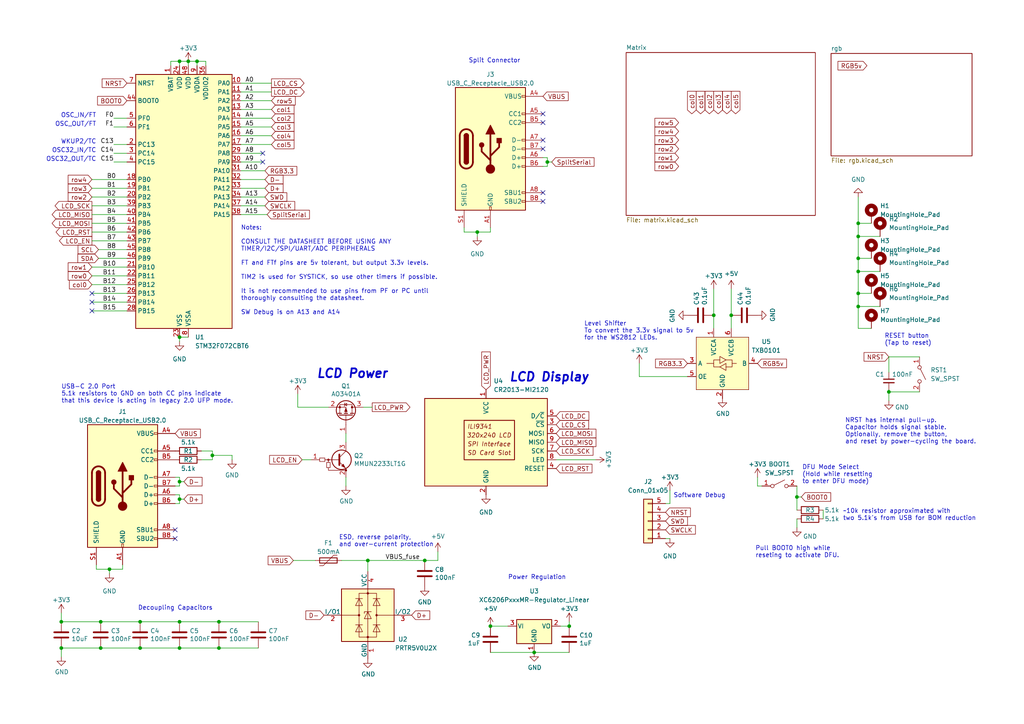
<source format=kicad_sch>
(kicad_sch (version 20231120) (generator "eeschema") (generator_version "8.0")
  (paper "A4")
  (lib_symbols
    (symbol "+5V_1" (power) (pin_names (offset 0))
      (property "Value" "+5V_1" (at 0 3.556 0))
      (symbol "+5V_1_1_1"
        (pin power_in line (at 0 0 90) (length 0) hide (name "+5V") (number "1"))
      )
    )
    (symbol "Connector:USB_C_Receptacle_USB2.0" (pin_names (offset 1.016))
      (property "Reference" "J" (at -10.16 19.05 0))
      (property "Value" "USB_C_Receptacle_USB2.0" (at 19.05 19.05 0))
      (symbol "USB_C_Receptacle_USB2.0_1_1"
        (pin passive line (at 0 -22.86 90) (length 5.08) (name "GND") (number "A1"))
        (pin passive line (at 0 -22.86 90) (length 5.08) hide (name "GND") (number "A12"))
        (pin passive line (at 15.24 15.24 180) (length 5.08) (name "VBUS") (number "A4"))
        (pin bidirectional line (at 15.24 10.16 180) (length 5.08) (name "CC1") (number "A5"))
        (pin bidirectional line (at 15.24 -2.54 180) (length 5.08) (name "D+") (number "A6"))
        (pin bidirectional line (at 15.24 2.54 180) (length 5.08) (name "D-") (number "A7"))
        (pin bidirectional line (at 15.24 -12.7 180) (length 5.08) (name "SBU1") (number "A8"))
        (pin passive line (at 15.24 15.24 180) (length 5.08) hide (name "VBUS") (number "A9"))
        (pin passive line (at 0 -22.86 90) (length 5.08) hide (name "GND") (number "B1"))
        (pin passive line (at 0 -22.86 90) (length 5.08) hide (name "GND") (number "B12"))
        (pin passive line (at 15.24 15.24 180) (length 5.08) hide (name "VBUS") (number "B4"))
        (pin bidirectional line (at 15.24 7.62 180) (length 5.08) (name "CC2") (number "B5"))
        (pin bidirectional line (at 15.24 -5.08 180) (length 5.08) (name "D+") (number "B6"))
        (pin bidirectional line (at 15.24 0 180) (length 5.08) (name "D-") (number "B7"))
        (pin bidirectional line (at 15.24 -15.24 180) (length 5.08) (name "SBU2") (number "B8"))
        (pin passive line (at 15.24 15.24 180) (length 5.08) hide (name "VBUS") (number "B9"))
        (pin passive line (at -7.62 -22.86 90) (length 5.08) (name "SHIELD") (number "S1"))
      )
    )
    (symbol "Connector_Generic:Conn_01x05" (pin_names (offset 1.016) hide)
      (property "Reference" "J" (at 0 7.62 0))
      (property "Value" "Conn_01x05" (at 0 -7.62 0))
      (symbol "Conn_01x05_1_1"
        (pin passive line (at -5.08 5.08 0) (length 3.81) (name "Pin_1") (number "1"))
        (pin passive line (at -5.08 2.54 0) (length 3.81) (name "Pin_2") (number "2"))
        (pin passive line (at -5.08 0 0) (length 3.81) (name "Pin_3") (number "3"))
        (pin passive line (at -5.08 -2.54 0) (length 3.81) (name "Pin_4") (number "4"))
        (pin passive line (at -5.08 -5.08 0) (length 3.81) (name "Pin_5") (number "5"))
      )
    )
    (symbol "Device:C" (pin_numbers hide) (pin_names (offset 0.254))
      (property "Reference" "C" (at 0.635 2.54 0))
      (property "Value" "C" (at 0.635 -2.54 0))
      (symbol "C_1_1"
        (pin passive line (at 0 3.81 270) (length 2.794) (name "~") (number "1"))
        (pin passive line (at 0 -3.81 90) (length 2.794) (name "~") (number "2"))
      )
    )
    (symbol "Device:C_Small" (pin_numbers hide) (pin_names (offset 0.254) hide)
      (property "Reference" "C" (at 0.254 1.778 0))
      (property "Value" "C_Small" (at 0.254 -2.032 0))
      (symbol "C_Small_1_1"
        (pin passive line (at 0 2.54 270) (length 2.032) (name "~") (number "1"))
        (pin passive line (at 0 -2.54 90) (length 2.032) (name "~") (number "2"))
      )
    )
    (symbol "Device:Polyfuse" (pin_numbers hide) (pin_names (offset 0))
      (property "Reference" "F" (at -2.54 0 90))
      (property "Value" "Polyfuse" (at 2.54 0 90))
      (symbol "Polyfuse_1_1"
        (pin passive line (at 0 3.81 270) (length 1.27) (name "~") (number "1"))
        (pin passive line (at 0 -3.81 90) (length 1.27) (name "~") (number "2"))
      )
    )
    (symbol "Device:Q_NPN_BEC_BRT" (pin_names hide)
      (property "Reference" "Q" (at 3.81 1.27 0))
      (property "Value" "Q_NPN_BEC_BRT" (at 3.81 -1.27 0))
      (symbol "Q_NPN_BEC_BRT_1_1"
        (pin input line (at -8.89 0 0) (length 2.54) (name "B") (number "1"))
        (pin passive line (at 1.27 -5.08 90) (length 2.54) (name "E") (number "2"))
        (pin passive line (at 1.27 5.08 270) (length 2.54) (name "C") (number "3"))
      )
    )
    (symbol "Device:R" (pin_numbers hide) (pin_names (offset 0))
      (property "Reference" "R" (at 2.032 0 90))
      (property "Value" "R" (at 0 0 90))
      (symbol "R_1_1"
        (pin passive line (at 0 3.81 270) (length 1.27) (name "~") (number "1"))
        (pin passive line (at 0 -3.81 90) (length 1.27) (name "~") (number "2"))
      )
    )
    (symbol "Djinn-rescue:GND-power" (power) (pin_names (offset 0))
      (property "Value" "power_GND" (at 0 -3.81 0))
      (symbol "GND-power_1_1"
        (pin power_in line (at 0 0 270) (length 0) hide (name "GND") (number "1"))
      )
    )
    (symbol "Driver_Display:CR2013-MI2120" (pin_names (offset 0.762))
      (property "Reference" "U4" (at 2.1941 17.78 0))
      (property "Value" "CR2013-MI2120" (at 2.1941 15.24 0))
      (symbol "CR2013-MI2120_0_0"
        (text "320x240 LCD" (at 0.889 2.032 0) (effects (font (size 1.27 1.27) (italic yes))))
        (text "ILI9341" (at -5.461 4.572 0) (effects (font (size 1.27 1.27) (italic yes)) (justify left)))
        (text "SD Card Slot" (at -5.461 -3.048 0) (effects (font (size 1.27 1.27) (italic yes)) (justify left)))
        (text "SPI Interface" (at -5.461 -0.508 0) (effects (font (size 1.27 1.27) (italic yes)) (justify left)))
      )
      (symbol "CR2013-MI2120_1_1"
        (pin power_in line (at 0 15.24 270) (length 2.54) (name "VCC") (number "1"))
        (pin power_in line (at 0 -15.24 90) (length 2.54) (name "GND") (number "2"))
        (pin input line (at 20.32 5.08 180) (length 2.54) (name "~{CS}") (number "3"))
        (pin input line (at 20.32 -7.62 180) (length 2.54) (name "RESET") (number "4"))
        (pin input line (at 20.32 7.62 180) (length 2.54) (name "D/~{C}") (number "5"))
        (pin input line (at 20.32 2.54 180) (length 2.54) (name "MOSI") (number "6"))
        (pin input line (at 20.32 -2.54 180) (length 2.54) (name "SCK") (number "7"))
        (pin input line (at 20.32 -5.08 180) (length 2.54) (name "LED") (number "8"))
        (pin output line (at 20.32 0 180) (length 2.54) (name "MISO") (number "9"))
      )
    )
    (symbol "GND_1" (power) (pin_numbers hide) (pin_names (offset 0) hide)
      (property "Value" "GND" (at 0 -3.81 0))
      (symbol "GND_1_1_1"
        (pin power_in line (at 0 0 270) (length 0) (name "~") (number "1"))
      )
    )
    (symbol "MCU_ST_STM32F0:STM32F072CBTx"
      (property "Reference" "U" (at -12.7 39.37 0))
      (property "Value" "STM32F072CBTx" (at 10.16 39.37 0))
      (symbol "STM32F072CBTx_1_1"
        (pin power_in line (at -2.54 40.64 270) (length 2.54) (name "VBAT") (number "1"))
        (pin bidirectional line (at 17.78 35.56 180) (length 2.54) (name "PA0") (number "10"))
        (pin bidirectional line (at 17.78 33.02 180) (length 2.54) (name "PA1") (number "11"))
        (pin bidirectional line (at 17.78 30.48 180) (length 2.54) (name "PA2") (number "12"))
        (pin bidirectional line (at 17.78 27.94 180) (length 2.54) (name "PA3") (number "13"))
        (pin bidirectional line (at 17.78 25.4 180) (length 2.54) (name "PA4") (number "14"))
        (pin bidirectional line (at 17.78 22.86 180) (length 2.54) (name "PA5") (number "15"))
        (pin bidirectional line (at 17.78 20.32 180) (length 2.54) (name "PA6") (number "16"))
        (pin bidirectional line (at 17.78 17.78 180) (length 2.54) (name "PA7") (number "17"))
        (pin bidirectional line (at -15.24 7.62 0) (length 2.54) (name "PB0") (number "18"))
        (pin bidirectional line (at -15.24 5.08 0) (length 2.54) (name "PB1") (number "19"))
        (pin bidirectional line (at -15.24 17.78 0) (length 2.54) (name "PC13") (number "2"))
        (pin bidirectional line (at -15.24 2.54 0) (length 2.54) (name "PB2") (number "20"))
        (pin bidirectional line (at -15.24 -17.78 0) (length 2.54) (name "PB10") (number "21"))
        (pin bidirectional line (at -15.24 -20.32 0) (length 2.54) (name "PB11") (number "22"))
        (pin power_in line (at 0 -38.1 90) (length 2.54) (name "VSS") (number "23"))
        (pin power_in line (at 0 40.64 270) (length 2.54) (name "VDD") (number "24"))
        (pin bidirectional line (at -15.24 -22.86 0) (length 2.54) (name "PB12") (number "25"))
        (pin bidirectional line (at -15.24 -25.4 0) (length 2.54) (name "PB13") (number "26"))
        (pin bidirectional line (at -15.24 -27.94 0) (length 2.54) (name "PB14") (number "27"))
        (pin bidirectional line (at -15.24 -30.48 0) (length 2.54) (name "PB15") (number "28"))
        (pin bidirectional line (at 17.78 15.24 180) (length 2.54) (name "PA8") (number "29"))
        (pin bidirectional line (at -15.24 15.24 0) (length 2.54) (name "PC14") (number "3"))
        (pin bidirectional line (at 17.78 12.7 180) (length 2.54) (name "PA9") (number "30"))
        (pin bidirectional line (at 17.78 10.16 180) (length 2.54) (name "PA10") (number "31"))
        (pin bidirectional line (at 17.78 7.62 180) (length 2.54) (name "PA11") (number "32"))
        (pin bidirectional line (at 17.78 5.08 180) (length 2.54) (name "PA12") (number "33"))
        (pin bidirectional line (at 17.78 2.54 180) (length 2.54) (name "PA13") (number "34"))
        (pin passive line (at 0 -38.1 90) (length 2.54) hide (name "VSS") (number "35"))
        (pin power_in line (at 7.62 40.64 270) (length 2.54) (name "VDDIO2") (number "36"))
        (pin bidirectional line (at 17.78 0 180) (length 2.54) (name "PA14") (number "37"))
        (pin bidirectional line (at 17.78 -2.54 180) (length 2.54) (name "PA15") (number "38"))
        (pin bidirectional line (at -15.24 0 0) (length 2.54) (name "PB3") (number "39"))
        (pin bidirectional line (at -15.24 12.7 0) (length 2.54) (name "PC15") (number "4"))
        (pin bidirectional line (at -15.24 -2.54 0) (length 2.54) (name "PB4") (number "40"))
        (pin bidirectional line (at -15.24 -5.08 0) (length 2.54) (name "PB5") (number "41"))
        (pin bidirectional line (at -15.24 -7.62 0) (length 2.54) (name "PB6") (number "42"))
        (pin bidirectional line (at -15.24 -10.16 0) (length 2.54) (name "PB7") (number "43"))
        (pin input line (at -15.24 30.48 0) (length 2.54) (name "BOOT0") (number "44"))
        (pin bidirectional line (at -15.24 -12.7 0) (length 2.54) (name "PB8") (number "45"))
        (pin bidirectional line (at -15.24 -15.24 0) (length 2.54) (name "PB9") (number "46"))
        (pin passive line (at 0 -38.1 90) (length 2.54) hide (name "VSS") (number "47"))
        (pin power_in line (at 2.54 40.64 270) (length 2.54) (name "VDD") (number "48"))
        (pin bidirectional line (at -15.24 25.4 0) (length 2.54) (name "PF0") (number "5"))
        (pin bidirectional line (at -15.24 22.86 0) (length 2.54) (name "PF1") (number "6"))
        (pin input line (at -15.24 35.56 0) (length 2.54) (name "NRST") (number "7"))
        (pin power_in line (at 2.54 -38.1 90) (length 2.54) (name "VSSA") (number "8"))
        (pin power_in line (at 5.08 40.64 270) (length 2.54) (name "VDDA") (number "9"))
      )
    )
    (symbol "Mechanical:MountingHole_Pad" (pin_numbers hide) (pin_names (offset 1.016) hide) (exclude_from_sim yes) (in_bom no)
      (property "Reference" "H" (at 0 6.35 0))
      (property "Value" "MountingHole_Pad" (at 0 4.445 0))
      (symbol "MountingHole_Pad_1_1"
        (pin input line (at 0 -2.54 90) (length 2.54) (name "1") (number "1"))
      )
    )
    (symbol "PCM_marbastlib-various:TXB0101"
      (property "Reference" "U" (at -6.35 11.43 0))
      (property "Value" "TXB0101" (at 3.81 11.43 0))
      (symbol "TXB0101_1_1"
        (pin power_in line (at -2.54 12.7 270) (length 2.54) (name "VCCA") (number "1"))
        (pin power_in line (at 0 -7.62 90) (length 2.54) (name "GND") (number "2"))
        (pin bidirectional line (at -10.16 2.54 0) (length 2.54) (name "A") (number "3"))
        (pin bidirectional line (at 10.16 2.54 180) (length 2.54) (name "B") (number "4"))
        (pin input line (at -10.16 -1.27 0) (length 2.54) (name "OE") (number "5"))
        (pin power_in line (at 2.54 12.7 270) (length 2.54) (name "VCCB") (number "6"))
      )
    )
    (symbol "Power_Protection:PRTR5V0U2X" (pin_names (offset 0))
      (property "Reference" "D" (at 2.794 8.636 0))
      (property "Value" "PRTR5V0U2X" (at 8.128 -9.398 0))
      (symbol "PRTR5V0U2X_1_1"
        (pin passive line (at 0 -12.7 90) (length 5.08) (name "GND") (number "1"))
        (pin passive line (at -12.7 0 0) (length 5.08) (name "I/O1") (number "2"))
        (pin passive line (at 12.7 0 180) (length 5.08) (name "I/O2") (number "3"))
        (pin passive line (at 0 12.7 270) (length 5.08) (name "VCC") (number "4"))
      )
    )
    (symbol "Switch:SW_SPST" (pin_names (offset 0) hide)
      (property "Reference" "SW" (at 0 3.175 0))
      (property "Value" "SW_SPST" (at 0 -2.54 0))
      (symbol "SW_SPST_1_1"
        (pin passive line (at -5.08 0 0) (length 2.54) (name "A") (number "1"))
        (pin passive line (at 5.08 0 180) (length 2.54) (name "B") (number "2"))
      )
    )
    (symbol "Transistor_FET:AO3401A" (pin_names hide)
      (property "Reference" "Q" (at 5.08 1.905 0))
      (property "Value" "AO3401A" (at 5.08 0 0))
      (symbol "AO3401A_1_1"
        (pin input line (at -5.08 0 0) (length 2.54) (name "G") (number "1"))
        (pin passive line (at 2.54 -5.08 90) (length 2.54) (name "S") (number "2"))
        (pin passive line (at 2.54 5.08 270) (length 2.54) (name "D") (number "3"))
      )
    )
    (symbol "kicad-keyboard-parts:XC6206PxxxMR-Regulator_Linear" (pin_names (offset 0.254))
      (property "Reference" "U" (at -3.81 3.175 0))
      (property "Value" "XC6206PxxxMR-Regulator_Linear" (at 0 3.175 0))
      (property "LCSC" "C5446" (at 0 0 0))
      (symbol "XC6206PxxxMR-Regulator_Linear_1_1"
        (pin power_in line (at 0 -7.62 90) (length 2.54) (name "GND") (number "1"))
        (pin power_out line (at 7.62 0 180) (length 2.54) (name "VO") (number "2"))
        (pin power_in line (at -7.62 0 0) (length 2.54) (name "VI") (number "3"))
      )
    )
    (symbol "power:+3V3" (power) (pin_names (offset 0))
      (property "Value" "+3V3" (at 0 3.556 0))
      (symbol "+3V3_1_1"
        (pin power_in line (at 0 0 90) (length 0) hide (name "+3V3") (number "1"))
      )
    )
    (symbol "power:+5V" (power) (pin_names (offset 0))
      (property "Value" "+5V" (at 0 3.556 0))
      (symbol "+5V_1_1"
        (pin power_in line (at 0 0 90) (length 0) hide (name "+5V") (number "1"))
      )
    )
    (symbol "power:GND" (power) (pin_names (offset 0))
      (property "Value" "GND" (at 0 -3.81 0))
      (symbol "GND_1_1"
        (pin power_in line (at 0 0 270) (length 0) hide (name "GND") (number "1"))
      )
    )
  )
  (junction (at 17.78 180.34))
  (junction (at 248.92 74.93))
  (junction (at 207.01 91.44))
  (junction (at 138.43 67.31))
  (junction (at 61.595 132.08))
  (junction (at 52.07 17.78))
  (junction (at 54.61 17.78))
  (junction (at 52.07 144.78))
  (junction (at 52.07 139.7))
  (junction (at 52.07 180.34))
  (junction (at 106.68 162.56))
  (junction (at 17.78 187.96))
  (junction (at 52.07 97.79))
  (junction (at 29.21 180.34))
  (junction (at 248.92 78.74))
  (junction (at 63.5 180.34))
  (junction (at 248.92 64.77))
  (junction (at 29.21 187.96))
  (junction (at 248.92 88.9))
  (junction (at 231.14 144.145))
  (junction (at 212.09 91.44))
  (junction (at 248.92 85.09))
  (junction (at 40.64 180.34))
  (junction (at 154.94 189.23) (diameter 0.9144))
  (junction (at 40.64 187.96))
  (junction (at 123.19 162.56))
  (junction (at 63.5 187.96))
  (junction (at 57.15 17.78))
  (junction (at 52.07 187.96))
  (junction (at 257.81 113.665))
  (junction (at 165.1 181.61))
  (junction (at 31.75 165.1))
  (junction (at 248.92 68.58))
  (junction (at 142.24 181.61))
  (junction (at 158.75 46.99))
  (no_connect (at 76.2 46.99))
  (no_connect (at 157.48 43.18))
  (no_connect (at 50.8 153.67))
  (no_connect (at 157.48 58.42))
  (no_connect (at 26.67 90.17))
  (no_connect (at 50.8 156.21))
  (no_connect (at 26.67 87.63))
  (no_connect (at 157.48 33.02))
  (no_connect (at 157.48 35.56))
  (no_connect (at 157.48 40.64))
  (no_connect (at 157.48 55.88))
  (no_connect (at 26.67 85.09))
  (no_connect (at 76.2 44.45))
  (wire (pts (xy 248.92 88.9) (xy 248.92 85.09)))
  (wire (pts (xy 69.85 44.45) (xy 76.2 44.45)))
  (wire (pts (xy 69.85 39.37) (xy 78.74 39.37)))
  (wire (pts (xy 63.5 187.96) (xy 74.93 187.96)))
  (wire (pts (xy 123.19 162.56) (xy 127 162.56)))
  (wire (pts (xy 248.92 95.25) (xy 248.92 88.9)))
  (wire (pts (xy 138.43 68.58) (xy 138.43 67.31)))
  (wire (pts (xy 17.78 177.8) (xy 17.78 180.34)))
  (wire (pts (xy 26.67 80.01) (xy 36.83 80.01)))
  (wire (pts (xy 248.92 57.15) (xy 248.92 64.77)))
  (wire (pts (xy 100.33 125.73) (xy 100.33 128.27)))
  (wire (pts (xy 127 160.02) (xy 127 162.56)))
  (wire (pts (xy 40.64 180.34) (xy 29.21 180.34)))
  (wire (pts (xy 52.07 138.43) (xy 52.07 139.7)))
  (wire (pts (xy 67.31 132.08) (xy 67.31 133.35)))
  (wire (pts (xy 207.01 83.82) (xy 207.01 91.44)))
  (wire (pts (xy 69.85 57.15) (xy 76.835 57.15)))
  (wire (pts (xy 248.92 74.93) (xy 248.92 68.58)))
  (wire (pts (xy 248.92 78.74) (xy 248.92 74.93)))
  (wire (pts (xy 52.07 146.05) (xy 52.07 144.78)))
  (wire (pts (xy 33.02 44.45) (xy 36.83 44.45)))
  (wire (pts (xy 26.67 77.47) (xy 36.83 77.47)))
  (wire (pts (xy 26.67 54.61) (xy 36.83 54.61)))
  (wire (pts (xy 26.67 52.07) (xy 36.83 52.07)))
  (wire (pts (xy 29.21 180.34) (xy 17.78 180.34)))
  (wire (pts (xy 40.64 187.96) (xy 52.07 187.96)))
  (wire (pts (xy 194.31 142.24) (xy 194.31 146.05)))
  (wire (pts (xy 52.07 17.78) (xy 52.07 19.05)))
  (wire (pts (xy 17.78 190.5) (xy 17.78 187.96)))
  (wire (pts (xy 69.85 54.61) (xy 76.835 54.61)))
  (wire (pts (xy 185.42 109.22) (xy 199.39 109.22)))
  (wire (pts (xy 33.02 36.83) (xy 36.83 36.83)))
  (wire (pts (xy 61.595 133.35) (xy 61.595 132.08)))
  (wire (pts (xy 28.575 72.39) (xy 36.83 72.39)))
  (wire (pts (xy 26.67 57.15) (xy 36.83 57.15)))
  (wire (pts (xy 134.62 67.31) (xy 138.43 67.31)))
  (wire (pts (xy 86.36 114.3) (xy 86.36 118.11)))
  (wire (pts (xy 33.02 46.99) (xy 36.83 46.99)))
  (wire (pts (xy 154.94 189.23) (xy 165.1 189.23)))
  (wire (pts (xy 231.14 140.97) (xy 231.14 144.145)))
  (wire (pts (xy 52.07 99.06) (xy 52.07 97.79)))
  (wire (pts (xy 26.67 85.09) (xy 36.83 85.09)))
  (wire (pts (xy 248.92 78.74) (xy 255.27 78.74)))
  (wire (pts (xy 50.8 143.51) (xy 52.07 143.51)))
  (wire (pts (xy 61.595 132.08) (xy 67.31 132.08)))
  (wire (pts (xy 26.67 67.31) (xy 36.83 67.31)))
  (wire (pts (xy 165.1 180.34) (xy 165.1 181.61)))
  (wire (pts (xy 69.85 62.23) (xy 77.47 62.23)))
  (wire (pts (xy 52.07 97.79) (xy 54.61 97.79)))
  (wire (pts (xy 69.85 49.53) (xy 76.835 49.53)))
  (wire (pts (xy 52.07 180.34) (xy 63.5 180.34)))
  (wire (pts (xy 194.31 146.05) (xy 193.04 146.05)))
  (wire (pts (xy 157.48 45.72) (xy 158.75 45.72)))
  (wire (pts (xy 26.67 62.23) (xy 36.83 62.23)))
  (wire (pts (xy 49.53 17.78) (xy 52.07 17.78)))
  (wire (pts (xy 26.67 64.77) (xy 36.83 64.77)))
  (wire (pts (xy 100.33 138.43) (xy 100.33 140.97)))
  (wire (pts (xy 69.85 34.29) (xy 78.74 34.29)))
  (wire (pts (xy 238.76 147.955) (xy 238.76 150.495)))
  (wire (pts (xy 52.07 139.7) (xy 52.07 140.97)))
  (wire (pts (xy 69.85 59.69) (xy 76.835 59.69)))
  (wire (pts (xy 26.67 82.55) (xy 36.83 82.55)))
  (wire (pts (xy 52.07 17.78) (xy 54.61 17.78)))
  (wire (pts (xy 185.42 109.22) (xy 185.42 105.41)))
  (wire (pts (xy 212.09 83.82) (xy 212.09 91.44)))
  (wire (pts (xy 49.53 17.78) (xy 49.53 19.05)))
  (wire (pts (xy 33.02 41.91) (xy 36.83 41.91)))
  (wire (pts (xy 142.24 181.61) (xy 147.32 181.61)))
  (wire (pts (xy 162.56 181.61) (xy 165.1 181.61)))
  (wire (pts (xy 85.09 162.56) (xy 91.44 162.56)))
  (wire (pts (xy 40.64 187.96) (xy 29.21 187.96)))
  (wire (pts (xy 257.81 103.505) (xy 257.81 107.95)))
  (wire (pts (xy 231.14 144.145) (xy 231.14 147.955)))
  (wire (pts (xy 90.17 133.35) (xy 87.63 133.35)))
  (wire (pts (xy 26.67 87.63) (xy 36.83 87.63)))
  (wire (pts (xy 50.8 140.97) (xy 52.07 140.97)))
  (wire (pts (xy 158.75 46.99) (xy 160.02 46.99)))
  (wire (pts (xy 231.14 150.495) (xy 231.14 153.035)))
  (wire (pts (xy 257.81 103.505) (xy 266.7 103.505)))
  (wire (pts (xy 134.62 66.04) (xy 134.62 67.31)))
  (wire (pts (xy 29.21 187.96) (xy 17.78 187.96)))
  (wire (pts (xy 69.85 24.13) (xy 78.74 24.13)))
  (wire (pts (xy 257.81 113.665) (xy 266.7 113.665)))
  (wire (pts (xy 35.56 165.1) (xy 35.56 163.83)))
  (wire (pts (xy 52.07 143.51) (xy 52.07 144.78)))
  (wire (pts (xy 193.04 156.21) (xy 194.31 156.21)))
  (wire (pts (xy 248.92 88.9) (xy 255.27 88.9)))
  (wire (pts (xy 69.85 29.21) (xy 78.74 29.21)))
  (wire (pts (xy 27.94 165.1) (xy 31.75 165.1)))
  (wire (pts (xy 106.68 162.56) (xy 123.19 162.56)))
  (wire (pts (xy 69.85 46.99) (xy 76.2 46.99)))
  (wire (pts (xy 158.75 48.26) (xy 158.75 46.99)))
  (wire (pts (xy 248.92 64.77) (xy 252.73 64.77)))
  (wire (pts (xy 40.64 180.34) (xy 52.07 180.34)))
  (wire (pts (xy 231.14 144.145) (xy 232.41 144.145)))
  (wire (pts (xy 52.07 139.7) (xy 53.34 139.7)))
  (wire (pts (xy 57.15 17.78) (xy 54.61 17.78)))
  (wire (pts (xy 52.07 144.78) (xy 53.34 144.78)))
  (wire (pts (xy 158.75 45.72) (xy 158.75 46.99)))
  (wire (pts (xy 59.69 17.78) (xy 59.69 19.05)))
  (wire (pts (xy 69.85 36.83) (xy 78.74 36.83)))
  (wire (pts (xy 154.94 189.23) (xy 142.24 189.23)))
  (wire (pts (xy 28.575 74.93) (xy 36.83 74.93)))
  (wire (pts (xy 50.8 138.43) (xy 52.07 138.43)))
  (wire (pts (xy 69.85 31.75) (xy 78.74 31.75)))
  (wire (pts (xy 54.61 17.78) (xy 54.61 19.05)))
  (wire (pts (xy 220.98 140.97) (xy 219.71 140.97)))
  (wire (pts (xy 63.5 180.34) (xy 74.93 180.34)))
  (wire (pts (xy 31.75 165.1) (xy 35.56 165.1)))
  (wire (pts (xy 26.67 59.69) (xy 36.83 59.69)))
  (wire (pts (xy 50.8 146.05) (xy 52.07 146.05)))
  (wire (pts (xy 248.92 68.58) (xy 255.27 68.58)))
  (wire (pts (xy 207.01 91.44) (xy 207.01 95.25)))
  (wire (pts (xy 69.85 52.07) (xy 76.835 52.07)))
  (wire (pts (xy 33.02 34.29) (xy 36.83 34.29)))
  (wire (pts (xy 31.75 166.37) (xy 31.75 165.1)))
  (wire (pts (xy 105.41 118.11) (xy 107.95 118.11)))
  (wire (pts (xy 57.15 17.78) (xy 57.15 19.05)))
  (wire (pts (xy 142.24 67.31) (xy 142.24 66.04)))
  (wire (pts (xy 86.36 118.11) (xy 95.25 118.11)))
  (wire (pts (xy 58.42 133.35) (xy 61.595 133.35)))
  (wire (pts (xy 252.73 95.25) (xy 248.92 95.25)))
  (wire (pts (xy 69.85 41.91) (xy 78.74 41.91)))
  (wire (pts (xy 52.07 187.96) (xy 63.5 187.96)))
  (wire (pts (xy 27.94 163.83) (xy 27.94 165.1)))
  (wire (pts (xy 257.81 113.665) (xy 257.81 113.03)))
  (wire (pts (xy 248.92 74.93) (xy 252.73 74.93)))
  (wire (pts (xy 138.43 67.31) (xy 142.24 67.31)))
  (wire (pts (xy 212.09 91.44) (xy 212.09 95.25)))
  (wire (pts (xy 26.67 90.17) (xy 36.83 90.17)))
  (wire (pts (xy 58.42 130.81) (xy 61.595 130.81)))
  (wire (pts (xy 248.92 85.09) (xy 248.92 78.74)))
  (wire (pts (xy 248.92 68.58) (xy 248.92 64.77)))
  (wire (pts (xy 257.81 116.205) (xy 257.81 113.665)))
  (wire (pts (xy 161.29 133.35) (xy 172.72 133.35)))
  (wire (pts (xy 219.71 138.43) (xy 219.71 140.97)))
  (wire (pts (xy 106.68 162.56) (xy 106.68 165.735)))
  (wire (pts (xy 99.06 162.56) (xy 106.68 162.56)))
  (wire (pts (xy 26.67 69.85) (xy 36.83 69.85)))
  (wire (pts (xy 61.595 132.08) (xy 61.595 130.81)))
  (wire (pts (xy 157.48 48.26) (xy 158.75 48.26)))
  (wire (pts (xy 69.85 26.67) (xy 78.74 26.67)))
  (wire (pts (xy 248.92 85.09) (xy 252.73 85.09)))
  (wire (pts (xy 57.15 17.78) (xy 59.69 17.78)))
  (text "Decoupling Capacitors" (at 40.005 177.165 0) (effects (font (size 1.27 1.27)) (justify left bottom)))
  (text "~10k resistor approximated with\ntwo 5.1k's from USB for BOM reduction" (at 244.475 151.13 0) (effects (font (size 1.27 1.27)) (justify left bottom)))
  (text "LCD Power" (at 91.694 109.982 0) (effects (font (size 2.54 2.54) (thickness 0.508) (bold yes) (italic yes)) (justify left bottom)))
  (text "Notes:\n\nCONSULT THE DATASHEET BEFORE USING ANY \nTIMER/I2C/SPI/UART/ADC PERIPHERALS\n\nFT and FTf pins are 5v tolerant, but output 3.3v levels.\n\nTIM2 is used for SYSTICK, so use other timers if possible.\n\nIt is not recommended to use pins from PF or PC until\nthoroughly consulting the datasheet.\n\nSW Debug is on A13 and A14" (at 69.85 91.44 0) (effects (font (size 1.27 1.27)) (justify left bottom)))
  (text "RESET button\n(Tap to reset)" (at 256.54 100.33 0) (effects (font (size 1.27 1.27)) (justify left bottom)))
  (text "Power Regulation" (at 147.32 168.275 0) (effects (font (size 1.27 1.27)) (justify left bottom)))
  (text "OSC_IN/FT" (at 27.94 34.29 0) (effects (font (size 1.27 1.27)) (justify right bottom)))
  (text "OSC32_OUT/TC" (at 27.94 46.99 0) (effects (font (size 1.27 1.27)) (justify right bottom)))
  (text "USB-C 2.0 Port\n5.1k resistors to GND on both CC pins indicate\nthat this device is acting in legacy 2.0 UFP mode." (at 17.78 117.094 0) (effects (font (size 1.27 1.27)) (justify left bottom)))
  (text "WKUP2/TC" (at 27.94 41.91 0) (effects (font (size 1.27 1.27)) (justify right bottom)))
  (text "OSC_OUT/FT" (at 27.94 36.83 0) (effects (font (size 1.27 1.27)) (justify right bottom)))
  (text "ESD, reverse polarity,\nand over-current protection" (at 98.298 158.75 0) (effects (font (size 1.27 1.27)) (justify left bottom)))
  (text "Split Connector" (at 135.89 18.415 0) (effects (font (size 1.27 1.27)) (justify left bottom)))
  (text "Software Debug" (at 195.326 144.526 0) (effects (font (size 1.27 1.27)) (justify left bottom)))
  (text "NRST has internal pull-up.\nCapacitor holds signal stable.\nOptionally, remove the button,\nand reset by power-cycling the board." (at 245.11 128.905 0) (effects (font (size 1.27 1.27)) (justify left bottom)))
  (text "OSC32_IN/TC" (at 27.94 44.45 0) (effects (font (size 1.27 1.27)) (justify right bottom)))
  (text "Pull BOOT0 high while \nreseting to activate DFU." (at 219.075 161.925 0) (effects (font (size 1.27 1.27)) (justify left bottom)))
  (text "Level Shifter\nTo convert the 3.3v signal to 5v\nfor the WS2812 LEDs." (at 169.418 98.806 0) (effects (font (size 1.27 1.27)) (justify left bottom)))
  (text "LCD Display" (at 147.574 110.998 0) (effects (font (size 2.54 2.54) (thickness 0.508) (bold yes) (italic yes)) (justify left bottom)))
  (text "DFU Mode Select\n(Hold while resetting\nto enter DFU mode)" (at 232.664 140.462 0) (effects (font (size 1.27 1.27)) (justify left bottom)))
  (label "A0" (at 71.12 24.13 0))
  (label "B11" (at 33.655 80.01 180))
  (label "C13" (at 33.02 41.91 180))
  (label "A6" (at 71.12 39.37 0))
  (label "B4" (at 33.655 62.23 180))
  (label "A7" (at 71.12 41.91 0))
  (label "A4" (at 71.12 34.29 0))
  (label "B2" (at 33.655 57.15 180))
  (label "B8" (at 33.655 72.39 180))
  (label "F0" (at 33.02 34.29 180))
  (label "B13" (at 33.655 85.09 180))
  (label "A3" (at 71.12 31.75 0))
  (label "A10" (at 71.12 49.53 0))
  (label "A9" (at 71.12 46.99 0))
  (label "C14" (at 33.02 44.45 180))
  (label "A2" (at 71.12 29.21 0))
  (label "B5" (at 33.655 64.77 180))
  (label "B0" (at 33.655 52.07 180))
  (label "F1" (at 33.02 36.83 180))
  (label "C15" (at 33.02 46.99 180))
  (label "A8" (at 71.12 44.45 0))
  (label "B1" (at 33.655 54.61 180))
  (label "B7" (at 33.655 69.85 180))
  (label "B10" (at 33.655 77.47 180))
  (label "B9" (at 33.655 74.93 180))
  (label "B6" (at 33.655 67.31 180))
  (label "A13" (at 71.12 57.15 0))
  (label "VBUS_fuse" (at 111.76 162.56 0))
  (label "A1" (at 71.12 26.67 0))
  (label "B3" (at 33.655 59.69 180))
  (label "B15" (at 33.655 90.17 180))
  (label "A5" (at 71.12 36.83 0))
  (label "B14" (at 33.655 87.63 180))
  (label "A15" (at 71.12 62.23 0))
  (label "A14" (at 71.12 59.69 0))
  (label "B12" (at 33.655 82.55 180))
  (global_label "RGB5v" (shape input) (at 219.71 105.41 0) (property "Intersheetrefs" "${INTERSHEET_REFS}" (effects (hide yes))))
  (global_label "SDA" (shape input) (at 28.575 74.93 180) (property "Intersheetrefs" "${INTERSHEET_REFS}" (effects (hide yes))))
  (global_label "LCD_MISO" (shape input) (at 161.29 128.27 0) (property "Intersheetrefs" "${INTERSHEET_REFS}" (effects (hide yes))))
  (global_label "VBUS" (shape input) (at 157.48 27.94 0) (property "Intersheetrefs" "${INTERSHEET_REFS}" (effects (hide yes))))
  (global_label "col3" (shape input) (at 78.74 36.83 0) (property "Intersheetrefs" "${INTERSHEET_REFS}" (effects (hide yes))))
  (global_label "SWD" (shape input) (at 76.835 57.15 0) (property "Intersheetrefs" "${INTERSHEET_REFS}" (effects (hide yes))))
  (global_label "row1" (shape input) (at 196.85 45.72 180) (property "Intersheetrefs" "${INTERSHEET_REFS}" (effects (hide yes))))
  (global_label "LCD_EN" (shape output) (at 26.67 69.85 180) (property "Intersheetrefs" "${INTERSHEET_REFS}" (effects (hide yes))))
  (global_label "row2" (shape input) (at 196.85 43.18 180) (property "Intersheetrefs" "${INTERSHEET_REFS}" (effects (hide yes))))
  (global_label "RGB3.3" (shape input) (at 199.39 105.41 180) (property "Intersheetrefs" "${INTERSHEET_REFS}" (effects (hide yes))))
  (global_label "LCD_PWR" (shape input) (at 140.97 113.03 90) (property "Intersheetrefs" "${INTERSHEET_REFS}" (effects (hide yes))))
  (global_label "SWCLK" (shape input) (at 193.04 153.67 0) (property "Intersheetrefs" "${INTERSHEET_REFS}" (effects (hide yes))))
  (global_label "row5" (shape input) (at 78.74 29.21 0) (property "Intersheetrefs" "${INTERSHEET_REFS}" (effects (hide yes))))
  (global_label "NRST" (shape input) (at 257.81 103.505 180) (property "Intersheetrefs" "${INTERSHEET_REFS}" (effects (hide yes))))
  (global_label "SCL" (shape input) (at 28.575 72.39 180) (property "Intersheetrefs" "${INTERSHEET_REFS}" (effects (hide yes))))
  (global_label "LCD_RST" (shape output) (at 26.67 67.31 180) (property "Intersheetrefs" "${INTERSHEET_REFS}" (effects (hide yes))))
  (global_label "LCD_CS" (shape output) (at 78.74 24.13 0) (property "Intersheetrefs" "${INTERSHEET_REFS}" (effects (hide yes))))
  (global_label "row0" (shape input) (at 26.67 80.01 180) (property "Intersheetrefs" "${INTERSHEET_REFS}" (effects (hide yes))))
  (global_label "VBUS" (shape input) (at 50.8 125.73 0) (property "Intersheetrefs" "${INTERSHEET_REFS}" (effects (hide yes))))
  (global_label "LCD_CS" (shape input) (at 161.29 123.19 0) (property "Intersheetrefs" "${INTERSHEET_REFS}" (effects (hide yes))))
  (global_label "LCD_PWR" (shape output) (at 107.95 118.11 0) (property "Intersheetrefs" "${INTERSHEET_REFS}" (effects (hide yes))))
  (global_label "BOOT0" (shape input) (at 232.41 144.145 0) (property "Intersheetrefs" "${INTERSHEET_REFS}" (effects (hide yes))))
  (global_label "LCD_MOSI" (shape output) (at 26.67 64.77 180) (property "Intersheetrefs" "${INTERSHEET_REFS}" (effects (hide yes))))
  (global_label "col5" (shape input) (at 213.36 33.02 90) (property "Intersheetrefs" "${INTERSHEET_REFS}" (effects (hide yes))))
  (global_label "row2" (shape input) (at 26.67 57.15 180) (property "Intersheetrefs" "${INTERSHEET_REFS}" (effects (hide yes))))
  (global_label "BOOT0" (shape input) (at 36.83 29.21 180) (property "Intersheetrefs" "${INTERSHEET_REFS}" (effects (hide yes))))
  (global_label "row4" (shape input) (at 196.85 38.1 180) (property "Intersheetrefs" "${INTERSHEET_REFS}" (effects (hide yes))))
  (global_label "LCD_SCK" (shape output) (at 26.67 59.69 180) (property "Intersheetrefs" "${INTERSHEET_REFS}" (effects (hide yes))))
  (global_label "row3" (shape input) (at 26.67 54.61 180) (property "Intersheetrefs" "${INTERSHEET_REFS}" (effects (hide yes))))
  (global_label "LCD_MISO" (shape output) (at 26.67 62.23 180) (property "Intersheetrefs" "${INTERSHEET_REFS}" (effects (hide yes))))
  (global_label "SWD" (shape input) (at 193.04 151.13 0) (property "Intersheetrefs" "${INTERSHEET_REFS}" (effects (hide yes))))
  (global_label "RGB5v" (shape input) (at 251.46 19.05 180) (property "Intersheetrefs" "${INTERSHEET_REFS}" (effects (hide yes))))
  (global_label "NRST" (shape input) (at 193.04 148.59 0) (property "Intersheetrefs" "${INTERSHEET_REFS}" (effects (hide yes))))
  (global_label "D-" (shape input) (at 53.34 139.7 0) (property "Intersheetrefs" "${INTERSHEET_REFS}" (effects (hide yes))))
  (global_label "LCD_DC" (shape output) (at 78.74 26.67 0) (property "Intersheetrefs" "${INTERSHEET_REFS}" (effects (hide yes))))
  (global_label "col5" (shape input) (at 78.74 41.91 0) (property "Intersheetrefs" "${INTERSHEET_REFS}" (effects (hide yes))))
  (global_label "col2" (shape input) (at 205.74 33.02 90) (property "Intersheetrefs" "${INTERSHEET_REFS}" (effects (hide yes))))
  (global_label "row5" (shape input) (at 196.85 35.56 180) (property "Intersheetrefs" "${INTERSHEET_REFS}" (effects (hide yes))))
  (global_label "row3" (shape input) (at 196.85 40.64 180) (property "Intersheetrefs" "${INTERSHEET_REFS}" (effects (hide yes))))
  (global_label "NRST" (shape input) (at 36.83 24.13 180) (property "Intersheetrefs" "${INTERSHEET_REFS}" (effects (hide yes))))
  (global_label "LCD_MOSI" (shape input) (at 161.29 125.73 0) (property "Intersheetrefs" "${INTERSHEET_REFS}" (effects (hide yes))))
  (global_label "LCD_DC" (shape input) (at 161.29 120.65 0) (property "Intersheetrefs" "${INTERSHEET_REFS}" (effects (hide yes))))
  (global_label "col1" (shape input) (at 78.74 31.75 0) (property "Intersheetrefs" "${INTERSHEET_REFS}" (effects (hide yes))))
  (global_label "col2" (shape input) (at 78.74 34.29 0) (property "Intersheetrefs" "${INTERSHEET_REFS}" (effects (hide yes))))
  (global_label "col3" (shape input) (at 208.28 33.02 90) (property "Intersheetrefs" "${INTERSHEET_REFS}" (effects (hide yes))))
  (global_label "LCD_EN" (shape input) (at 87.63 133.35 180) (property "Intersheetrefs" "${INTERSHEET_REFS}" (effects (hide yes))))
  (global_label "D-" (shape input) (at 76.835 52.07 0) (property "Intersheetrefs" "${INTERSHEET_REFS}" (effects (hide yes))))
  (global_label "RGB3.3" (shape input) (at 76.835 49.53 0) (property "Intersheetrefs" "${INTERSHEET_REFS}" (effects (hide yes))))
  (global_label "row4" (shape input) (at 26.67 52.07 180) (property "Intersheetrefs" "${INTERSHEET_REFS}" (effects (hide yes))))
  (global_label "SplitSerial" (shape input) (at 77.47 62.23 0) (property "Intersheetrefs" "${INTERSHEET_REFS}" (effects (hide yes))))
  (global_label "col0" (shape input) (at 26.67 82.55 180) (property "Intersheetrefs" "${INTERSHEET_REFS}" (effects (hide yes))))
  (global_label "SWCLK" (shape input) (at 76.835 59.69 0) (property "Intersheetrefs" "${INTERSHEET_REFS}" (effects (hide yes))))
  (global_label "col1" (shape input) (at 203.2 33.02 90) (property "Intersheetrefs" "${INTERSHEET_REFS}" (effects (hide yes))))
  (global_label "D+" (shape input) (at 53.34 144.78 0) (property "Intersheetrefs" "${INTERSHEET_REFS}" (effects (hide yes))))
  (global_label "col4" (shape input) (at 210.82 33.02 90) (property "Intersheetrefs" "${INTERSHEET_REFS}" (effects (hide yes))))
  (global_label "col0" (shape input) (at 200.66 33.02 90) (property "Intersheetrefs" "${INTERSHEET_REFS}" (effects (hide yes))))
  (global_label "D+" (shape input) (at 119.38 178.435 0) (property "Intersheetrefs" "${INTERSHEET_REFS}" (effects (hide yes))))
  (global_label "D-" (shape input) (at 93.98 178.435 180) (property "Intersheetrefs" "${INTERSHEET_REFS}" (effects (hide yes))))
  (global_label "SplitSerial" (shape input) (at 160.02 46.99 0) (property "Intersheetrefs" "${INTERSHEET_REFS}" (effects (hide yes))))
  (global_label "LCD_SCK" (shape input) (at 161.29 130.81 0) (property "Intersheetrefs" "${INTERSHEET_REFS}" (effects (hide yes))))
  (global_label "row1" (shape input) (at 26.67 77.47 180) (property "Intersheetrefs" "${INTERSHEET_REFS}" (effects (hide yes))))
  (global_label "row0" (shape input) (at 196.85 48.26 180) (property "Intersheetrefs" "${INTERSHEET_REFS}" (effects (hide yes))))
  (global_label "LCD_RST" (shape input) (at 161.29 135.89 0) (property "Intersheetrefs" "${INTERSHEET_REFS}" (effects (hide yes))))
  (global_label "D+" (shape input) (at 76.835 54.61 0) (property "Intersheetrefs" "${INTERSHEET_REFS}" (effects (hide yes))))
  (global_label "col4" (shape input) (at 78.74 39.37 0) (property "Intersheetrefs" "${INTERSHEET_REFS}" (effects (hide yes))))
  (global_label "VBUS" (shape input) (at 85.09 162.56 180) (property "Intersheetrefs" "${INTERSHEET_REFS}" (effects (hide yes))))
  (symbol (lib_id "power:+3V3") (at 207.01 83.82 0) (unit 1)
    (property "Reference" "#PWR060" (effects (hide yes)))
    (property "Value" "+3V3" (at 207.01 80.01 0))
  )
  (symbol (lib_id "power:GND") (at 154.94 189.23 0) (unit 1)
    (property "Reference" "#PWR015" (effects (hide yes)))
    (property "Value" "GND" (at 155.067 193.6242 0))
  )
  (symbol (lib_id "power:+5V") (at 142.24 181.61 0) (unit 1)
    (property "Reference" "#PWR013" (effects (hide yes)))
    (property "Value" "+5V" (at 142.24 176.53 0))
  )
  (symbol (lib_id "Device:C") (at 165.1 185.42 0) (unit 1)
    (property "Reference" "C10" (at 168.021 184.2516 0) (effects (justify left)))
    (property "Value" "1uF" (at 168.021 186.563 0) (effects (justify left)))
    (property "Footprint" "Capacitor_SMD:C_0402_1005Metric" (effects (hide yes)))
    (property "LCSC" "C307331" (effects (hide yes)))
  )
  (symbol (lib_id "power:GND") (at 123.19 170.18 0) (unit 1)
    (property "Reference" "#PWR010" (effects (hide yes)))
    (property "Value" "GND" (at 123.19 174.625 0))
  )
  (symbol (lib_id "MCU_ST_STM32F0:STM32F072CBTx") (at 52.07 59.69 0) (unit 1)
    (property "Reference" "U1" (at 56.5659 97.79 0) (effects (justify left)))
    (property "Value" "STM32F072CBT6" (at 56.5659 100.33 0) (effects (justify left)))
    (property "Footprint" "Package_QFP:LQFP-48_7x7mm_P0.5mm" (effects (hide yes)))
    (property "Datasheet" "https://www.st.com/resource/en/datasheet/stm32f072cb.pdf" (effects (hide yes)))
    (property "JlcRotOffset" "90" (effects (hide yes)))
  )
  (symbol (lib_id "Transistor_FET:AO3401A") (at 100.33 120.65 270) (mirror x) (unit 1)
    (property "Reference" "Q1" (at 100.33 111.9632 90))
    (property "Value" "AO3401A" (at 100.33 114.2746 90))
    (property "Footprint" "Package_TO_SOT_SMD:SOT-23-3" (effects (hide yes)))
  )
  (symbol (lib_id "power:+3V3") (at 185.42 105.41 0) (unit 1)
    (property "Reference" "#PWR063" (effects (hide yes)))
    (property "Value" "+3V3" (at 185.42 101.6 0))
  )
  (symbol (lib_id "Device:C") (at 123.19 166.37 0) (unit 1)
    (property "Reference" "C8" (at 126.111 165.2016 0) (effects (justify left)))
    (property "Value" "100nF" (at 126.111 167.513 0) (effects (justify left)))
    (property "Footprint" "Capacitor_SMD:C_0402_1005Metric" (effects (hide yes)))
    (property "LCSC" "C307331" (effects (hide yes)))
  )
  (symbol (lib_id "Driver_Display:CR2013-MI2120") (at 140.97 128.27 0) (unit 1)
    (property "Reference" "U4" (at 143.1641 110.49 0) (effects (justify left)))
    (property "Value" "CR2013-MI2120" (at 143.1641 113.03 0) (effects (justify left)))
    (property "Footprint" "Display:CR2013-MI2120" (effects (hide yes)))
    (property "Datasheet" "http://pan.baidu.com/s/11Y990" (effects (hide yes)))
    (property "Description" "ILI9341 controller, SPI TFT LCD Display, 9-pin breakout PCB, 4-pin SD card interface, 5V/3.3V" (effects (hide yes)))
  )
  (symbol (lib_id "Device:C_Small") (at 257.81 110.49 0) (mirror y) (unit 1)
    (property "Reference" "C1" (at 256.54 108.585 0) (effects (justify left)))
    (property "Value" "100nF" (at 264.795 108.585 0) (effects (justify left)))
    (property "Footprint" "Capacitor_SMD:C_0402_1005Metric" (effects (hide yes)))
    (property "LCSC" "C307331" (effects (hide yes)))
  )
  (symbol (lib_id "Device:R") (at 234.95 147.955 90) (unit 1)
    (property "Reference" "R3" (at 234.95 147.955 90))
    (property "Value" "5.1k" (at 241.3 147.955 90))
    (property "Footprint" "Resistor_SMD:R_0402_1005Metric" (effects (hide yes)))
  )
  (symbol (lib_id "Connector:USB_C_Receptacle_USB2.0") (at 35.56 140.97 0) (unit 1)
    (property "Reference" "J1" (at 35.56 119.38 0))
    (property "Value" "USB_C_Receptacle_USB2.0" (at 35.56 121.92 0))
    (property "Footprint" "PCM_marbastlib-various:USB_C_Receptacle_HRO_TYPE-C-31-M-12" (effects (hide yes)))
    (property "Datasheet" "https://www.usb.org/sites/default/files/documents/usb_type-c.zip" (effects (hide yes)))
    (property "JlcRotOffset" "180" (effects (hide yes)))
    (property "JlcPosOffset" "0,1.5" (effects (hide yes)))
  )
  (symbol (lib_id "Device:C") (at 63.5 184.15 0) (unit 1)
    (property "Reference" "C6" (at 66.421 182.9816 0) (effects (justify left)))
    (property "Value" "100nF" (at 66.421 185.293 0) (effects (justify left)))
    (property "Footprint" "Capacitor_SMD:C_0402_1005Metric" (effects (hide yes)))
    (property "LCSC" "C307331" (effects (hide yes)))
  )
  (symbol (lib_id "Device:C") (at 142.24 185.42 0) (mirror y) (unit 1)
    (property "Reference" "C9" (at 139.319 184.2516 0) (effects (justify left)))
    (property "Value" "1uF" (at 139.319 186.563 0) (effects (justify left)))
    (property "Footprint" "Capacitor_SMD:C_0402_1005Metric" (effects (hide yes)))
    (property "LCSC" "C307331" (effects (hide yes)))
  )
  (symbol (lib_id "Switch:SW_SPST") (at 226.06 140.97 0) (unit 1)
    (property "Reference" "BOOT1" (at 226.06 134.62 0))
    (property "Value" "SW_SPST" (at 226.06 137.16 0))
    (property "Footprint" "Button_Switch_SMD:SW_SPST_TL3342" (effects (hide yes)))
  )
  (symbol (lib_id "Power_Protection:PRTR5V0U2X") (at 106.68 178.435 0) (unit 1)
    (property "Reference" "U2" (at 116.84 185.42 0))
    (property "Value" "PRTR5V0U2X" (at 120.65 187.96 0))
    (property "Footprint" "Package_TO_SOT_SMD:SOT-143" (effects (hide yes)))
    (property "Datasheet" "https://assets.nexperia.com/documents/data-sheet/PRTR5V0U2X.pdf" (effects (hide yes)))
    (property "LCSC" "C2827688" (effects (hide yes)))
    (property "JlcRotOffset" "90" (effects (hide yes)))
  )
  (symbol (lib_id "Mechanical:MountingHole_Pad") (at 252.73 72.39 0) (unit 1) (exclude_from_sim yes) (in_bom no)
    (property "Reference" "H3" (at 255.27 69.8499 0) (effects (justify left)))
    (property "Value" "MountingHole_Pad" (at 255.27 72.3899 0) (effects (justify left)))
    (property "Footprint" "MountingHole:MountingHole_3.2mm_M3_DIN965_Pad" (effects (hide yes)))
    (property "Description" "Mounting Hole with connection" (effects (hide yes)))
  )
  (symbol (lib_name "+5V_1") (lib_id "power:+5V") (at 212.09 83.82 0) (unit 1)
    (property "Reference" "#PWR064" (effects (hide yes)))
    (property "Value" "+5V" (at 212.09 79.375 0))
  )
  (symbol (lib_id "power:+3V3") (at 194.31 142.24 0) (mirror y) (unit 1)
    (property "Reference" "#PWR065" (effects (hide yes)))
    (property "Value" "+3V3" (at 194.31 138.43 0))
  )
  (symbol (lib_id "PCM_marbastlib-various:TXB0101") (at 209.55 107.95 0) (unit 1)
    (property "Reference" "U5" (at 222.25 99.0914 0))
    (property "Value" "TXB0101" (at 222.25 101.6314 0))
    (property "Footprint" "Package_TO_SOT_SMD:SOT-363_SC-70-6_Handsoldering" (effects (hide yes)))
    (property "Datasheet" "https://datasheet.lcsc.com/szlcsc/Texas-Instruments-TI-TXB0101DCKR_C324081.pdf" (effects (hide yes)))
    (property "Description" "1-Bit Bidirectional Voltage-Level Translator" (effects (hide yes)))
    (property "LCSC" "C324081" (effects (hide yes)))
  )
  (symbol (lib_id "Mechanical:MountingHole_Pad") (at 255.27 86.36 0) (unit 1) (exclude_from_sim yes) (in_bom no)
    (property "Reference" "H6" (at 257.81 83.8199 0) (effects (justify left)))
    (property "Value" "MountingHole_Pad" (at 257.81 86.3599 0) (effects (justify left)))
    (property "Footprint" "MountingHole:MountingHole_3.2mm_M3_DIN965_Pad" (effects (hide yes)))
    (property "Description" "Mounting Hole with connection" (effects (hide yes)))
  )
  (symbol (lib_id "power:GND") (at 194.31 156.21 0) (unit 1)
    (property "Reference" "#PWR070" (effects (hide yes)))
    (property "Value" "GND" (at 194.31 161.29 0))
  )
  (symbol (lib_id "power:GND") (at 257.81 116.205 0) (mirror y) (unit 1)
    (property "Reference" "#PWR06" (effects (hide yes)))
    (property "Value" "GND" (at 261.62 118.11 0))
  )
  (symbol (lib_id "Device:Q_NPN_BEC_BRT") (at 99.06 133.35 0) (unit 1)
    (property "Reference" "Q2" (at 102.6414 132.1816 0) (effects (justify left)))
    (property "Value" "MMUN2233LT1G" (at 102.6414 134.493 0) (effects (justify left)))
    (property "Footprint" "Package_TO_SOT_SMD:SOT-23-3" (effects (hide yes)))
  )
  (symbol (lib_id "power:+3V3") (at 86.36 114.3 0) (mirror y) (unit 1)
    (property "Reference" "#PWR069" (effects (hide yes)))
    (property "Value" "+3V3" (at 86.36 110.49 0))
  )
  (symbol (lib_id "Device:Polyfuse") (at 95.25 162.56 90) (unit 1)
    (property "Reference" "F1" (at 95.25 157.48 90))
    (property "Value" "500mA" (at 95.25 160.02 90))
    (property "Footprint" "Fuse:Fuse_1206_3216Metric" (effects (hide yes)))
    (property "LCSC" "C135341" (effects (hide yes)))
  )
  (symbol (lib_id "Device:C") (at 74.93 184.15 0) (unit 1)
    (property "Reference" "C7" (at 77.851 182.9816 0) (effects (justify left)))
    (property "Value" "100nF" (at 77.851 185.293 0) (effects (justify left)))
    (property "Footprint" "Capacitor_SMD:C_0402_1005Metric" (effects (hide yes)))
    (property "LCSC" "C307331" (effects (hide yes)))
  )
  (symbol (lib_name "+5V_1") (lib_id "power:+5V") (at 127 160.02 0) (unit 1)
    (property "Reference" "#PWR09" (effects (hide yes)))
    (property "Value" "+5V" (at 127 155.575 0))
  )
  (symbol (lib_id "power:+3V3") (at 165.1 180.34 0) (unit 1)
    (property "Reference" "#PWR012" (effects (hide yes)))
    (property "Value" "+3V3" (at 165.1 176.53 0))
  )
  (symbol (lib_id "Device:C") (at 215.9 91.44 90) (unit 1)
    (property "Reference" "C44" (at 214.7316 88.519 0) (effects (justify left)))
    (property "Value" "0.1uF" (at 217.043 88.519 0) (effects (justify left)))
    (property "Footprint" "Capacitor_SMD:C_0402_1005Metric" (effects (hide yes)))
    (property "LCSC" "C307331" (effects (hide yes)))
  )
  (symbol (lib_id "power:+3V3") (at 17.78 177.8 0) (unit 1)
    (property "Reference" "#PWR04" (effects (hide yes)))
    (property "Value" "+3V3" (at 17.78 173.99 0))
  )
  (symbol (lib_id "power:GND") (at 106.68 191.135 0) (unit 1)
    (property "Reference" "#PWR014" (effects (hide yes)))
    (property "Value" "GND" (at 106.807 195.5292 0))
  )
  (symbol (lib_id "Device:R") (at 234.95 150.495 270) (mirror x) (unit 1)
    (property "Reference" "R4" (at 234.95 150.495 90))
    (property "Value" "5.1k" (at 241.3 150.495 90))
    (property "Footprint" "Resistor_SMD:R_0402_1005Metric" (effects (hide yes)))
  )
  (symbol (lib_id "Mechanical:MountingHole_Pad") (at 255.27 66.04 0) (unit 1) (exclude_from_sim yes) (in_bom no)
    (property "Reference" "H2" (at 257.81 63.4999 0) (effects (justify left)))
    (property "Value" "MountingHole_Pad" (at 257.81 66.0399 0) (effects (justify left)))
    (property "Footprint" "MountingHole:MountingHole_3.2mm_M3_DIN965_Pad" (effects (hide yes)))
    (property "Description" "Mounting Hole with connection" (effects (hide yes)))
  )
  (symbol (lib_id "power:GND") (at 219.71 91.44 90) (unit 1)
    (property "Reference" "#PWR062" (effects (hide yes)))
    (property "Value" "GND" (at 224.1042 91.313 0))
  )
  (symbol (lib_id "power:GND") (at 138.43 68.58 0) (unit 1)
    (property "Reference" "#PWR068" (effects (hide yes)))
    (property "Value" "GND" (at 138.43 73.66 0))
  )
  (symbol (lib_id "power:GND") (at 231.14 153.035 0) (unit 1)
    (property "Reference" "#PWR07" (effects (hide yes)))
    (property "Value" "GND" (at 234.95 155.575 0))
  )
  (symbol (lib_id "power:GND") (at 52.07 99.06 0) (unit 1)
    (property "Reference" "#PWR02" (effects (hide yes)))
    (property "Value" "GND" (at 52.07 104.14 0))
  )
  (symbol (lib_id "Device:R") (at 54.61 130.81 270) (unit 1)
    (property "Reference" "R1" (at 54.61 130.81 90))
    (property "Value" "5.1k" (at 54.61 128.27 90))
    (property "Footprint" "Resistor_SMD:R_0402_1005Metric" (effects (hide yes)))
  )
  (symbol (lib_id "power:GND") (at 67.31 133.35 0) (unit 1)
    (property "Reference" "#PWR05" (effects (hide yes)))
    (property "Value" "GND" (at 67.31 137.795 0))
  )
  (symbol (lib_id "power:+3V3") (at 219.71 138.43 0) (mirror y) (unit 1)
    (property "Reference" "#PWR03" (effects (hide yes)))
    (property "Value" "+3V3" (at 219.71 134.62 0))
  )
  (symbol (lib_id "Device:C") (at 52.07 184.15 0) (unit 1)
    (property "Reference" "C5" (at 54.991 182.9816 0) (effects (justify left)))
    (property "Value" "100nF" (at 54.991 185.293 0) (effects (justify left)))
    (property "Footprint" "Capacitor_SMD:C_0402_1005Metric" (effects (hide yes)))
    (property "LCSC" "C307331" (effects (hide yes)))
  )
  (symbol (lib_id "Device:R") (at 54.61 133.35 90) (unit 1)
    (property "Reference" "R2" (at 54.61 133.35 90))
    (property "Value" "5.1k" (at 54.61 135.89 90))
    (property "Footprint" "Resistor_SMD:R_0402_1005Metric" (effects (hide yes)))
  )
  (symbol (lib_id "Device:C") (at 203.2 91.44 90) (unit 1)
    (property "Reference" "C43" (at 202.0316 88.519 0) (effects (justify left)))
    (property "Value" "0.1uF" (at 204.343 88.519 0) (effects (justify left)))
    (property "Footprint" "Capacitor_SMD:C_0402_1005Metric" (effects (hide yes)))
    (property "LCSC" "C307331" (effects (hide yes)))
  )
  (symbol (lib_id "Device:C") (at 29.21 184.15 0) (unit 1)
    (property "Reference" "C3" (at 32.131 182.9816 0) (effects (justify left)))
    (property "Value" "100nF" (at 32.131 185.293 0) (effects (justify left)))
    (property "Footprint" "Capacitor_SMD:C_0402_1005Metric" (effects (hide yes)))
    (property "LCSC" "C307331" (effects (hide yes)))
  )
  (symbol (lib_id "power:GND") (at 199.39 91.44 270) (unit 1)
    (property "Reference" "#PWR061" (effects (hide yes)))
    (property "Value" "GND" (at 194.9958 91.567 0))
  )
  (symbol (lib_id "Device:C") (at 40.64 184.15 0) (unit 1)
    (property "Reference" "C4" (at 43.561 182.9816 0) (effects (justify left)))
    (property "Value" "100nF" (at 43.561 185.293 0) (effects (justify left)))
    (property "Footprint" "Capacitor_SMD:C_0402_1005Metric" (effects (hide yes)))
    (property "LCSC" "C307331" (effects (hide yes)))
  )
  (symbol (lib_id "Device:C") (at 17.78 184.15 0) (unit 1)
    (property "Reference" "C2" (at 20.701 182.9816 0) (effects (justify left)))
    (property "Value" "10uF" (at 20.701 185.293 0) (effects (justify left)))
    (property "Footprint" "Capacitor_SMD:C_0603_1608Metric" (effects (hide yes)))
    (property "LCSC" "C307331" (effects (hide yes)))
  )
  (symbol (lib_id "Mechanical:MountingHole_Pad") (at 255.27 76.2 0) (unit 1) (exclude_from_sim yes) (in_bom no)
    (property "Reference" "H4" (at 257.81 73.6599 0) (effects (justify left)))
    (property "Value" "MountingHole_Pad" (at 257.81 76.1999 0) (effects (justify left)))
    (property "Footprint" "MountingHole:MountingHole_3.2mm_M3_DIN965_Pad" (effects (hide yes)))
    (property "Description" "Mounting Hole with connection" (effects (hide yes)))
  )
  (symbol (lib_id "kicad-keyboard-parts:XC6206PxxxMR-Regulator_Linear") (at 154.94 181.61 0) (unit 1)
    (property "Reference" "U3" (at 154.94 171.45 0))
    (property "Value" "XC6206PxxxMR-Regulator_Linear" (at 154.94 173.99 0))
    (property "Footprint" "Package_TO_SOT_SMD:SOT-23" (effects (hide yes)))
    (property "Datasheet" "https://www.torexsemi.com/file/xc6206/XC6206.pdf" (effects (hide yes)))
    (property "LCSC" "C5446" (effects (hide yes)))
  )
  (symbol (lib_id "Connector:USB_C_Receptacle_USB2.0") (at 142.24 43.18 0) (unit 1)
    (property "Reference" "J3" (at 142.24 21.59 0))
    (property "Value" "USB_C_Receptacle_USB2.0" (at 142.24 24.13 0))
    (property "Footprint" "PCM_marbastlib-various:USB_C_Receptacle_HRO_TYPE-C-31-M-12" (effects (hide yes)))
    (property "Datasheet" "https://www.usb.org/sites/default/files/documents/usb_type-c.zip" (effects (hide yes)))
    (property "JlcRotOffset" "180" (effects (hide yes)))
    (property "JlcPosOffset" "0,1.5" (effects (hide yes)))
  )
  (symbol (lib_id "power:+3V3") (at 54.61 17.78 0) (unit 1)
    (property "Reference" "#PWR01" (effects (hide yes)))
    (property "Value" "+3V3" (at 54.61 13.97 0))
  )
  (symbol (lib_id "power:GND") (at 209.55 115.57 0) (unit 1)
    (property "Reference" "#PWR066" (effects (hide yes)))
    (property "Value" "GND" (at 209.677 119.9642 0))
  )
  (symbol (lib_id "power:+3V3") (at 172.72 133.35 270) (mirror x) (unit 1)
    (property "Reference" "#PWR071" (effects (hide yes)))
    (property "Value" "+3V3" (at 176.53 133.35 0))
  )
  (symbol (lib_id "Connector_Generic:Conn_01x05") (at 187.96 151.13 180) (unit 1)
    (property "Reference" "J2" (at 187.96 139.7 0))
    (property "Value" "Conn_01x05" (at 187.96 142.24 0))
    (property "Footprint" "Connector_PinHeader_2.54mm:PinHeader_1x05_P2.54mm_Vertical" (effects (hide yes)))
    (property "Description" "Generic connector, single row, 01x05, script generated (kicad-library-utils/schlib/autogen/connector/)" (effects (hide yes)))
  )
  (symbol (lib_name "GND_1") (lib_id "power:GND") (at 248.92 57.15 180) (unit 1)
    (property "Reference" "#PWR067" (effects (hide yes)))
    (property "Value" "GND" (at 248.92 52.07 0))
    (property "Description" "Power symbol creates a global label with name \"GND\" , ground" (effects (hide yes)))
  )
  (symbol (lib_id "Mechanical:MountingHole_Pad") (at 252.73 62.23 0) (unit 1) (exclude_from_sim yes) (in_bom no)
    (property "Reference" "H1" (at 255.27 59.6899 0) (effects (justify left)))
    (property "Value" "MountingHole_Pad" (at 255.27 62.2299 0) (effects (justify left)))
    (property "Footprint" "MountingHole:MountingHole_3.2mm_M3_DIN965_Pad" (effects (hide yes)))
    (property "Description" "Mounting Hole with connection" (effects (hide yes)))
  )
  (symbol (lib_id "power:GND") (at 140.97 143.51 0) (unit 1)
    (property "Reference" "#PWR073" (effects (hide yes)))
    (property "Value" "GND" (at 140.97 148.59 0))
  )
  (symbol (lib_id "Switch:SW_SPST") (at 266.7 108.585 270) (unit 1)
    (property "Reference" "RST1" (at 269.875 107.315 90) (effects (justify left)))
    (property "Value" "SW_SPST" (at 269.875 109.855 90) (effects (justify left)))
    (property "Footprint" "Button_Switch_SMD:SW_SPST_TL3342" (effects (hide yes)))
  )
  (symbol (lib_id "Djinn-rescue:GND-power") (at 100.33 140.97 0) (unit 1)
    (property "Reference" "#PWR072" (effects (hide yes)))
    (property "Value" "GND" (at 100.457 145.3642 0))
  )
  (symbol (lib_id "power:GND") (at 31.75 166.37 0) (unit 1)
    (property "Reference" "#PWR011" (effects (hide yes)))
    (property "Value" "GND" (at 31.75 171.45 0))
  )
  (symbol (lib_id "Mechanical:MountingHole_Pad") (at 252.73 92.71 0) (unit 1) (exclude_from_sim yes) (in_bom no)
    (property "Reference" "H7" (at 255.27 90.1699 0) (effects (justify left)))
    (property "Value" "MountingHole_Pad" (at 255.27 92.7099 0) (effects (justify left)))
    (property "Footprint" "MountingHole:MountingHole_3.2mm_M3_DIN965_Pad" (effects (hide yes)))
    (property "Description" "Mounting Hole with connection" (effects (hide yes)))
  )
  (symbol (lib_id "Mechanical:MountingHole_Pad") (at 252.73 82.55 0) (unit 1) (exclude_from_sim yes) (in_bom no)
    (property "Reference" "H5" (at 255.27 80.0099 0) (effects (justify left)))
    (property "Value" "MountingHole_Pad" (at 255.27 82.5499 0) (effects (justify left)))
    (property "Footprint" "MountingHole:MountingHole_3.2mm_M3_DIN965_Pad" (effects (hide yes)))
    (property "Description" "Mounting Hole with connection" (effects (hide yes)))
  )
  (symbol (lib_id "power:GND") (at 17.78 190.5 0) (unit 1)
    (property "Reference" "#PWR08" (effects (hide yes)))
    (property "Value" "GND" (at 17.907 194.8942 0))
  )
  (sheet (at 181.61 15.24) (size 54.864 47.244) (stroke (width 0.1524))
    (property "Sheetname" "Matrix" (at 181.61 14.5284 0) (effects (justify left bottom)))
    (property "Sheetfile" "matrix.kicad_sch" (at 181.61 63.0686 0) (effects (justify left top)))
  )
  (sheet (at 241.046 15.494) (size 40.894 29.718) (stroke (width 0.1524))
    (property "Sheetname" "rgb" (at 241.046 14.7824 0) (effects (justify left bottom)))
    (property "Sheetfile" "rgb.kicad_sch" (at 241.046 45.7966 0) (effects (justify left top)))
  )
)
</source>
